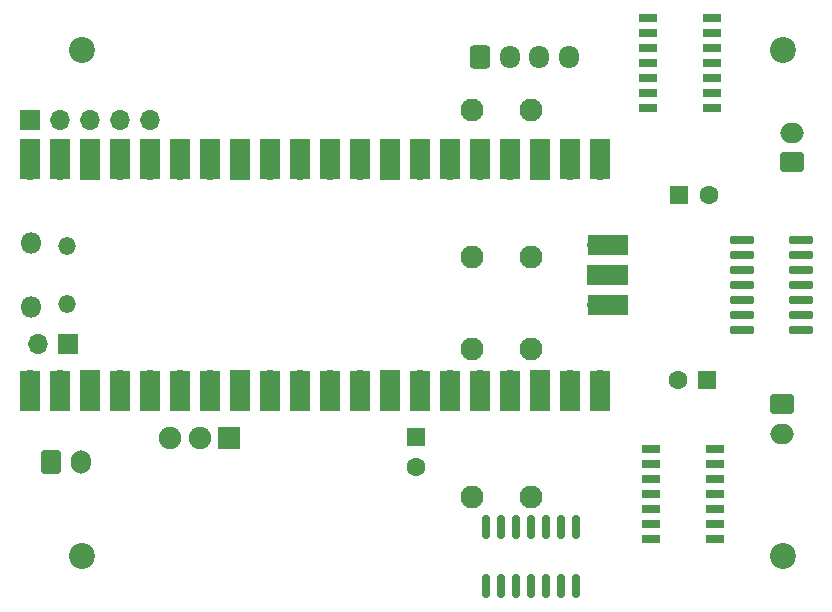
<source format=gbs>
G04 #@! TF.GenerationSoftware,KiCad,Pcbnew,(6.0.0)*
G04 #@! TF.CreationDate,2023-03-30T02:39:52-04:00*
G04 #@! TF.ProjectId,stroboscope_main_0v1,7374726f-626f-4736-936f-70655f6d6169,rev?*
G04 #@! TF.SameCoordinates,Original*
G04 #@! TF.FileFunction,Soldermask,Bot*
G04 #@! TF.FilePolarity,Negative*
%FSLAX46Y46*%
G04 Gerber Fmt 4.6, Leading zero omitted, Abs format (unit mm)*
G04 Created by KiCad (PCBNEW (6.0.0)) date 2023-03-30 02:39:52*
%MOMM*%
%LPD*%
G01*
G04 APERTURE LIST*
G04 Aperture macros list*
%AMRoundRect*
0 Rectangle with rounded corners*
0 $1 Rounding radius*
0 $2 $3 $4 $5 $6 $7 $8 $9 X,Y pos of 4 corners*
0 Add a 4 corners polygon primitive as box body*
4,1,4,$2,$3,$4,$5,$6,$7,$8,$9,$2,$3,0*
0 Add four circle primitives for the rounded corners*
1,1,$1+$1,$2,$3*
1,1,$1+$1,$4,$5*
1,1,$1+$1,$6,$7*
1,1,$1+$1,$8,$9*
0 Add four rect primitives between the rounded corners*
20,1,$1+$1,$2,$3,$4,$5,0*
20,1,$1+$1,$4,$5,$6,$7,0*
20,1,$1+$1,$6,$7,$8,$9,0*
20,1,$1+$1,$8,$9,$2,$3,0*%
G04 Aperture macros list end*
%ADD10RoundRect,0.150000X0.150000X-0.825000X0.150000X0.825000X-0.150000X0.825000X-0.150000X-0.825000X0*%
%ADD11R,1.600000X1.600000*%
%ADD12C,1.600000*%
%ADD13R,1.700000X1.700000*%
%ADD14O,1.700000X1.700000*%
%ADD15C,2.200000*%
%ADD16C,1.950000*%
%ADD17R,1.900000X1.900000*%
%ADD18C,1.900000*%
%ADD19R,1.525000X0.650000*%
%ADD20RoundRect,0.090000X0.895000X0.210000X-0.895000X0.210000X-0.895000X-0.210000X0.895000X-0.210000X0*%
%ADD21RoundRect,0.250000X-0.600000X-0.750000X0.600000X-0.750000X0.600000X0.750000X-0.600000X0.750000X0*%
%ADD22O,1.700000X2.000000*%
%ADD23RoundRect,0.250000X-0.600000X-0.725000X0.600000X-0.725000X0.600000X0.725000X-0.600000X0.725000X0*%
%ADD24O,1.700000X1.950000*%
%ADD25RoundRect,0.250000X-0.750000X0.600000X-0.750000X-0.600000X0.750000X-0.600000X0.750000X0.600000X0*%
%ADD26O,2.000000X1.700000*%
%ADD27RoundRect,0.250000X0.750000X-0.600000X0.750000X0.600000X-0.750000X0.600000X-0.750000X-0.600000X0*%
%ADD28O,1.800000X1.800000*%
%ADD29O,1.500000X1.500000*%
%ADD30R,1.700000X3.500000*%
%ADD31R,3.500000X1.700000*%
G04 APERTURE END LIST*
D10*
X129438400Y-116114600D03*
X128168400Y-116114600D03*
X126898400Y-116114600D03*
X125628400Y-116114600D03*
X124358400Y-116114600D03*
X123088400Y-116114600D03*
X121818400Y-116114600D03*
X121818400Y-111164600D03*
X123088400Y-111164600D03*
X124358400Y-111164600D03*
X125628400Y-111164600D03*
X126898400Y-111164600D03*
X128168400Y-111164600D03*
X129438400Y-111164600D03*
D11*
X138125200Y-83058000D03*
D12*
X140625200Y-83058000D03*
D11*
X140512800Y-98704400D03*
D12*
X138012800Y-98704400D03*
D13*
X86360000Y-95631000D03*
D14*
X83820000Y-95631000D03*
D15*
X146894051Y-113583949D03*
D16*
X125563000Y-75798500D03*
X125563000Y-88298500D03*
X120563000Y-75798500D03*
X120563000Y-88298500D03*
D15*
X87599051Y-113583949D03*
X87599051Y-70783949D03*
D17*
X100043000Y-103632000D03*
D18*
X97543000Y-103632000D03*
X95043000Y-103632000D03*
D13*
X83185000Y-76708000D03*
D14*
X85725000Y-76708000D03*
X88265000Y-76708000D03*
X90805000Y-76708000D03*
X93345000Y-76708000D03*
D15*
X146894051Y-70783949D03*
D16*
X125563000Y-96098000D03*
X125563000Y-108598000D03*
X120563000Y-96098000D03*
X120563000Y-108598000D03*
D19*
X140888000Y-68021200D03*
X140888000Y-69291200D03*
X140888000Y-70561200D03*
X140888000Y-71831200D03*
X140888000Y-73101200D03*
X140888000Y-74371200D03*
X140888000Y-75641200D03*
X135464000Y-75641200D03*
X135464000Y-74371200D03*
X135464000Y-73101200D03*
X135464000Y-71831200D03*
X135464000Y-70561200D03*
X135464000Y-69291200D03*
X135464000Y-68021200D03*
D20*
X148423400Y-86817200D03*
X148423400Y-88087200D03*
X148423400Y-89357200D03*
X148423400Y-90627200D03*
X148423400Y-91897200D03*
X148423400Y-93167200D03*
X148423400Y-94437200D03*
X143473400Y-94437200D03*
X143473400Y-93167200D03*
X143473400Y-91897200D03*
X143473400Y-90627200D03*
X143473400Y-89357200D03*
X143473400Y-88087200D03*
X143473400Y-86817200D03*
D21*
X84963000Y-105664000D03*
D22*
X87463000Y-105664000D03*
D11*
X115874800Y-103530400D03*
D12*
X115874800Y-106030400D03*
D23*
X121285000Y-71374000D03*
D24*
X123785000Y-71374000D03*
X126285000Y-71374000D03*
X128785000Y-71374000D03*
D25*
X146812000Y-100751000D03*
D26*
X146812000Y-103251000D03*
D27*
X147718000Y-80244000D03*
D26*
X147718000Y-77744000D03*
D19*
X135718000Y-112141000D03*
X135718000Y-110871000D03*
X135718000Y-109601000D03*
X135718000Y-108331000D03*
X135718000Y-107061000D03*
X135718000Y-105791000D03*
X135718000Y-104521000D03*
X141142000Y-104521000D03*
X141142000Y-105791000D03*
X141142000Y-107061000D03*
X141142000Y-108331000D03*
X141142000Y-109601000D03*
X141142000Y-110871000D03*
X141142000Y-112141000D03*
D28*
X83291000Y-92514000D03*
X83291000Y-87064000D03*
D29*
X86321000Y-87364000D03*
X86321000Y-92214000D03*
D14*
X83161000Y-80899000D03*
D30*
X83161000Y-79999000D03*
D14*
X85701000Y-80899000D03*
D30*
X85701000Y-79999000D03*
X88241000Y-79999000D03*
D13*
X88241000Y-80899000D03*
D14*
X90781000Y-80899000D03*
D30*
X90781000Y-79999000D03*
D14*
X93321000Y-80899000D03*
D30*
X93321000Y-79999000D03*
D14*
X95861000Y-80899000D03*
D30*
X95861000Y-79999000D03*
X98401000Y-79999000D03*
D14*
X98401000Y-80899000D03*
D13*
X100941000Y-80899000D03*
D30*
X100941000Y-79999000D03*
X103481000Y-79999000D03*
D14*
X103481000Y-80899000D03*
X106021000Y-80899000D03*
D30*
X106021000Y-79999000D03*
X108561000Y-79999000D03*
D14*
X108561000Y-80899000D03*
X111101000Y-80899000D03*
D30*
X111101000Y-79999000D03*
D13*
X113641000Y-80899000D03*
D30*
X113641000Y-79999000D03*
X116181000Y-79999000D03*
D14*
X116181000Y-80899000D03*
X118721000Y-80899000D03*
D30*
X118721000Y-79999000D03*
X121261000Y-79999000D03*
D14*
X121261000Y-80899000D03*
D30*
X123801000Y-79999000D03*
D14*
X123801000Y-80899000D03*
D30*
X126341000Y-79999000D03*
D13*
X126341000Y-80899000D03*
D14*
X128881000Y-80899000D03*
D30*
X128881000Y-79999000D03*
X131421000Y-79999000D03*
D14*
X131421000Y-80899000D03*
D30*
X131421000Y-99579000D03*
D14*
X131421000Y-98679000D03*
D30*
X128881000Y-99579000D03*
D14*
X128881000Y-98679000D03*
D30*
X126341000Y-99579000D03*
D13*
X126341000Y-98679000D03*
D14*
X123801000Y-98679000D03*
D30*
X123801000Y-99579000D03*
X121261000Y-99579000D03*
D14*
X121261000Y-98679000D03*
D30*
X118721000Y-99579000D03*
D14*
X118721000Y-98679000D03*
X116181000Y-98679000D03*
D30*
X116181000Y-99579000D03*
D13*
X113641000Y-98679000D03*
D30*
X113641000Y-99579000D03*
D14*
X111101000Y-98679000D03*
D30*
X111101000Y-99579000D03*
X108561000Y-99579000D03*
D14*
X108561000Y-98679000D03*
X106021000Y-98679000D03*
D30*
X106021000Y-99579000D03*
D14*
X103481000Y-98679000D03*
D30*
X103481000Y-99579000D03*
X100941000Y-99579000D03*
D13*
X100941000Y-98679000D03*
D30*
X98401000Y-99579000D03*
D14*
X98401000Y-98679000D03*
D30*
X95861000Y-99579000D03*
D14*
X95861000Y-98679000D03*
X93321000Y-98679000D03*
D30*
X93321000Y-99579000D03*
X90781000Y-99579000D03*
D14*
X90781000Y-98679000D03*
D30*
X88241000Y-99579000D03*
D13*
X88241000Y-98679000D03*
D30*
X85701000Y-99579000D03*
D14*
X85701000Y-98679000D03*
X83161000Y-98679000D03*
D30*
X83161000Y-99579000D03*
D31*
X132091000Y-87249000D03*
D14*
X131191000Y-87249000D03*
D13*
X131191000Y-89789000D03*
D31*
X132091000Y-89789000D03*
D14*
X131191000Y-92329000D03*
D31*
X132091000Y-92329000D03*
M02*

</source>
